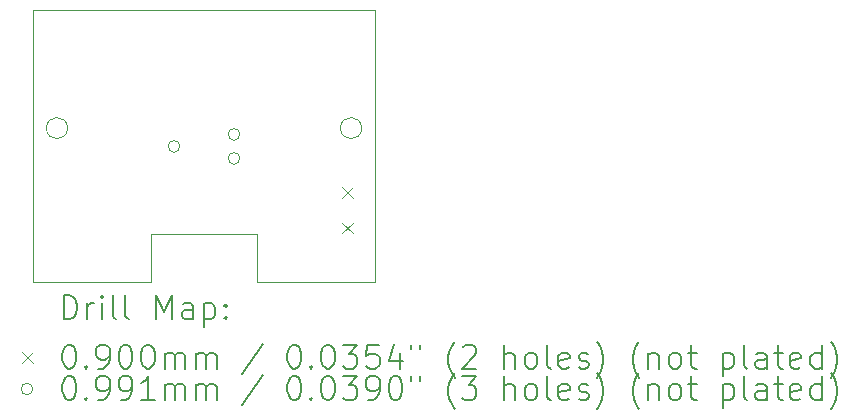
<source format=gbr>
%TF.GenerationSoftware,KiCad,Pcbnew,8.0.1*%
%TF.CreationDate,2024-07-01T16:07:56-04:00*%
%TF.ProjectId,V1,56312e6b-6963-4616-945f-706362585858,rev?*%
%TF.SameCoordinates,Original*%
%TF.FileFunction,Drillmap*%
%TF.FilePolarity,Positive*%
%FSLAX45Y45*%
G04 Gerber Fmt 4.5, Leading zero omitted, Abs format (unit mm)*
G04 Created by KiCad (PCBNEW 8.0.1) date 2024-07-01 16:07:56*
%MOMM*%
%LPD*%
G01*
G04 APERTURE LIST*
%ADD10C,0.100000*%
%ADD11C,0.200000*%
G04 APERTURE END LIST*
D10*
X11000000Y-12300000D02*
X11000000Y-11900000D01*
X10290000Y-11000000D02*
G75*
G02*
X10110000Y-11000000I-90000J0D01*
G01*
X10110000Y-11000000D02*
G75*
G02*
X10290000Y-11000000I90000J0D01*
G01*
X11000000Y-11900000D02*
X11890000Y-11900000D01*
X12890000Y-12300000D02*
X12890000Y-10000000D01*
X11890000Y-12300000D02*
X12890000Y-12300000D01*
X12780000Y-11000000D02*
G75*
G02*
X12600000Y-11000000I-90000J0D01*
G01*
X12600000Y-11000000D02*
G75*
G02*
X12780000Y-11000000I90000J0D01*
G01*
X10000000Y-10000000D02*
X10000000Y-12300000D01*
X11890000Y-11900000D02*
X11890000Y-12300000D01*
X12890000Y-10000000D02*
X10000000Y-10000000D01*
X10000000Y-12300000D02*
X11000000Y-12300000D01*
D11*
D10*
X12617500Y-11500000D02*
X12707500Y-11590000D01*
X12707500Y-11500000D02*
X12617500Y-11590000D01*
X12617500Y-11800000D02*
X12707500Y-11890000D01*
X12707500Y-11800000D02*
X12617500Y-11890000D01*
X11240530Y-11155000D02*
G75*
G02*
X11141470Y-11155000I-49530J0D01*
G01*
X11141470Y-11155000D02*
G75*
G02*
X11240530Y-11155000I49530J0D01*
G01*
X11748530Y-11053400D02*
G75*
G02*
X11649470Y-11053400I-49530J0D01*
G01*
X11649470Y-11053400D02*
G75*
G02*
X11748530Y-11053400I49530J0D01*
G01*
X11748530Y-11256600D02*
G75*
G02*
X11649470Y-11256600I-49530J0D01*
G01*
X11649470Y-11256600D02*
G75*
G02*
X11748530Y-11256600I49530J0D01*
G01*
D11*
X10255777Y-12616484D02*
X10255777Y-12416484D01*
X10255777Y-12416484D02*
X10303396Y-12416484D01*
X10303396Y-12416484D02*
X10331967Y-12426008D01*
X10331967Y-12426008D02*
X10351015Y-12445055D01*
X10351015Y-12445055D02*
X10360539Y-12464103D01*
X10360539Y-12464103D02*
X10370063Y-12502198D01*
X10370063Y-12502198D02*
X10370063Y-12530769D01*
X10370063Y-12530769D02*
X10360539Y-12568865D01*
X10360539Y-12568865D02*
X10351015Y-12587912D01*
X10351015Y-12587912D02*
X10331967Y-12606960D01*
X10331967Y-12606960D02*
X10303396Y-12616484D01*
X10303396Y-12616484D02*
X10255777Y-12616484D01*
X10455777Y-12616484D02*
X10455777Y-12483150D01*
X10455777Y-12521246D02*
X10465301Y-12502198D01*
X10465301Y-12502198D02*
X10474824Y-12492674D01*
X10474824Y-12492674D02*
X10493872Y-12483150D01*
X10493872Y-12483150D02*
X10512920Y-12483150D01*
X10579586Y-12616484D02*
X10579586Y-12483150D01*
X10579586Y-12416484D02*
X10570063Y-12426008D01*
X10570063Y-12426008D02*
X10579586Y-12435531D01*
X10579586Y-12435531D02*
X10589110Y-12426008D01*
X10589110Y-12426008D02*
X10579586Y-12416484D01*
X10579586Y-12416484D02*
X10579586Y-12435531D01*
X10703396Y-12616484D02*
X10684348Y-12606960D01*
X10684348Y-12606960D02*
X10674824Y-12587912D01*
X10674824Y-12587912D02*
X10674824Y-12416484D01*
X10808158Y-12616484D02*
X10789110Y-12606960D01*
X10789110Y-12606960D02*
X10779586Y-12587912D01*
X10779586Y-12587912D02*
X10779586Y-12416484D01*
X11036729Y-12616484D02*
X11036729Y-12416484D01*
X11036729Y-12416484D02*
X11103396Y-12559341D01*
X11103396Y-12559341D02*
X11170063Y-12416484D01*
X11170063Y-12416484D02*
X11170063Y-12616484D01*
X11351015Y-12616484D02*
X11351015Y-12511722D01*
X11351015Y-12511722D02*
X11341491Y-12492674D01*
X11341491Y-12492674D02*
X11322443Y-12483150D01*
X11322443Y-12483150D02*
X11284348Y-12483150D01*
X11284348Y-12483150D02*
X11265301Y-12492674D01*
X11351015Y-12606960D02*
X11331967Y-12616484D01*
X11331967Y-12616484D02*
X11284348Y-12616484D01*
X11284348Y-12616484D02*
X11265301Y-12606960D01*
X11265301Y-12606960D02*
X11255777Y-12587912D01*
X11255777Y-12587912D02*
X11255777Y-12568865D01*
X11255777Y-12568865D02*
X11265301Y-12549817D01*
X11265301Y-12549817D02*
X11284348Y-12540293D01*
X11284348Y-12540293D02*
X11331967Y-12540293D01*
X11331967Y-12540293D02*
X11351015Y-12530769D01*
X11446253Y-12483150D02*
X11446253Y-12683150D01*
X11446253Y-12492674D02*
X11465301Y-12483150D01*
X11465301Y-12483150D02*
X11503396Y-12483150D01*
X11503396Y-12483150D02*
X11522443Y-12492674D01*
X11522443Y-12492674D02*
X11531967Y-12502198D01*
X11531967Y-12502198D02*
X11541491Y-12521246D01*
X11541491Y-12521246D02*
X11541491Y-12578388D01*
X11541491Y-12578388D02*
X11531967Y-12597436D01*
X11531967Y-12597436D02*
X11522443Y-12606960D01*
X11522443Y-12606960D02*
X11503396Y-12616484D01*
X11503396Y-12616484D02*
X11465301Y-12616484D01*
X11465301Y-12616484D02*
X11446253Y-12606960D01*
X11627205Y-12597436D02*
X11636729Y-12606960D01*
X11636729Y-12606960D02*
X11627205Y-12616484D01*
X11627205Y-12616484D02*
X11617682Y-12606960D01*
X11617682Y-12606960D02*
X11627205Y-12597436D01*
X11627205Y-12597436D02*
X11627205Y-12616484D01*
X11627205Y-12492674D02*
X11636729Y-12502198D01*
X11636729Y-12502198D02*
X11627205Y-12511722D01*
X11627205Y-12511722D02*
X11617682Y-12502198D01*
X11617682Y-12502198D02*
X11627205Y-12492674D01*
X11627205Y-12492674D02*
X11627205Y-12511722D01*
D10*
X9905000Y-12900000D02*
X9995000Y-12990000D01*
X9995000Y-12900000D02*
X9905000Y-12990000D01*
D11*
X10293872Y-12836484D02*
X10312920Y-12836484D01*
X10312920Y-12836484D02*
X10331967Y-12846008D01*
X10331967Y-12846008D02*
X10341491Y-12855531D01*
X10341491Y-12855531D02*
X10351015Y-12874579D01*
X10351015Y-12874579D02*
X10360539Y-12912674D01*
X10360539Y-12912674D02*
X10360539Y-12960293D01*
X10360539Y-12960293D02*
X10351015Y-12998388D01*
X10351015Y-12998388D02*
X10341491Y-13017436D01*
X10341491Y-13017436D02*
X10331967Y-13026960D01*
X10331967Y-13026960D02*
X10312920Y-13036484D01*
X10312920Y-13036484D02*
X10293872Y-13036484D01*
X10293872Y-13036484D02*
X10274824Y-13026960D01*
X10274824Y-13026960D02*
X10265301Y-13017436D01*
X10265301Y-13017436D02*
X10255777Y-12998388D01*
X10255777Y-12998388D02*
X10246253Y-12960293D01*
X10246253Y-12960293D02*
X10246253Y-12912674D01*
X10246253Y-12912674D02*
X10255777Y-12874579D01*
X10255777Y-12874579D02*
X10265301Y-12855531D01*
X10265301Y-12855531D02*
X10274824Y-12846008D01*
X10274824Y-12846008D02*
X10293872Y-12836484D01*
X10446253Y-13017436D02*
X10455777Y-13026960D01*
X10455777Y-13026960D02*
X10446253Y-13036484D01*
X10446253Y-13036484D02*
X10436729Y-13026960D01*
X10436729Y-13026960D02*
X10446253Y-13017436D01*
X10446253Y-13017436D02*
X10446253Y-13036484D01*
X10551015Y-13036484D02*
X10589110Y-13036484D01*
X10589110Y-13036484D02*
X10608158Y-13026960D01*
X10608158Y-13026960D02*
X10617682Y-13017436D01*
X10617682Y-13017436D02*
X10636729Y-12988865D01*
X10636729Y-12988865D02*
X10646253Y-12950769D01*
X10646253Y-12950769D02*
X10646253Y-12874579D01*
X10646253Y-12874579D02*
X10636729Y-12855531D01*
X10636729Y-12855531D02*
X10627205Y-12846008D01*
X10627205Y-12846008D02*
X10608158Y-12836484D01*
X10608158Y-12836484D02*
X10570063Y-12836484D01*
X10570063Y-12836484D02*
X10551015Y-12846008D01*
X10551015Y-12846008D02*
X10541491Y-12855531D01*
X10541491Y-12855531D02*
X10531967Y-12874579D01*
X10531967Y-12874579D02*
X10531967Y-12922198D01*
X10531967Y-12922198D02*
X10541491Y-12941246D01*
X10541491Y-12941246D02*
X10551015Y-12950769D01*
X10551015Y-12950769D02*
X10570063Y-12960293D01*
X10570063Y-12960293D02*
X10608158Y-12960293D01*
X10608158Y-12960293D02*
X10627205Y-12950769D01*
X10627205Y-12950769D02*
X10636729Y-12941246D01*
X10636729Y-12941246D02*
X10646253Y-12922198D01*
X10770063Y-12836484D02*
X10789110Y-12836484D01*
X10789110Y-12836484D02*
X10808158Y-12846008D01*
X10808158Y-12846008D02*
X10817682Y-12855531D01*
X10817682Y-12855531D02*
X10827205Y-12874579D01*
X10827205Y-12874579D02*
X10836729Y-12912674D01*
X10836729Y-12912674D02*
X10836729Y-12960293D01*
X10836729Y-12960293D02*
X10827205Y-12998388D01*
X10827205Y-12998388D02*
X10817682Y-13017436D01*
X10817682Y-13017436D02*
X10808158Y-13026960D01*
X10808158Y-13026960D02*
X10789110Y-13036484D01*
X10789110Y-13036484D02*
X10770063Y-13036484D01*
X10770063Y-13036484D02*
X10751015Y-13026960D01*
X10751015Y-13026960D02*
X10741491Y-13017436D01*
X10741491Y-13017436D02*
X10731967Y-12998388D01*
X10731967Y-12998388D02*
X10722444Y-12960293D01*
X10722444Y-12960293D02*
X10722444Y-12912674D01*
X10722444Y-12912674D02*
X10731967Y-12874579D01*
X10731967Y-12874579D02*
X10741491Y-12855531D01*
X10741491Y-12855531D02*
X10751015Y-12846008D01*
X10751015Y-12846008D02*
X10770063Y-12836484D01*
X10960539Y-12836484D02*
X10979586Y-12836484D01*
X10979586Y-12836484D02*
X10998634Y-12846008D01*
X10998634Y-12846008D02*
X11008158Y-12855531D01*
X11008158Y-12855531D02*
X11017682Y-12874579D01*
X11017682Y-12874579D02*
X11027205Y-12912674D01*
X11027205Y-12912674D02*
X11027205Y-12960293D01*
X11027205Y-12960293D02*
X11017682Y-12998388D01*
X11017682Y-12998388D02*
X11008158Y-13017436D01*
X11008158Y-13017436D02*
X10998634Y-13026960D01*
X10998634Y-13026960D02*
X10979586Y-13036484D01*
X10979586Y-13036484D02*
X10960539Y-13036484D01*
X10960539Y-13036484D02*
X10941491Y-13026960D01*
X10941491Y-13026960D02*
X10931967Y-13017436D01*
X10931967Y-13017436D02*
X10922444Y-12998388D01*
X10922444Y-12998388D02*
X10912920Y-12960293D01*
X10912920Y-12960293D02*
X10912920Y-12912674D01*
X10912920Y-12912674D02*
X10922444Y-12874579D01*
X10922444Y-12874579D02*
X10931967Y-12855531D01*
X10931967Y-12855531D02*
X10941491Y-12846008D01*
X10941491Y-12846008D02*
X10960539Y-12836484D01*
X11112920Y-13036484D02*
X11112920Y-12903150D01*
X11112920Y-12922198D02*
X11122444Y-12912674D01*
X11122444Y-12912674D02*
X11141491Y-12903150D01*
X11141491Y-12903150D02*
X11170063Y-12903150D01*
X11170063Y-12903150D02*
X11189110Y-12912674D01*
X11189110Y-12912674D02*
X11198634Y-12931722D01*
X11198634Y-12931722D02*
X11198634Y-13036484D01*
X11198634Y-12931722D02*
X11208158Y-12912674D01*
X11208158Y-12912674D02*
X11227205Y-12903150D01*
X11227205Y-12903150D02*
X11255777Y-12903150D01*
X11255777Y-12903150D02*
X11274824Y-12912674D01*
X11274824Y-12912674D02*
X11284348Y-12931722D01*
X11284348Y-12931722D02*
X11284348Y-13036484D01*
X11379586Y-13036484D02*
X11379586Y-12903150D01*
X11379586Y-12922198D02*
X11389110Y-12912674D01*
X11389110Y-12912674D02*
X11408158Y-12903150D01*
X11408158Y-12903150D02*
X11436729Y-12903150D01*
X11436729Y-12903150D02*
X11455777Y-12912674D01*
X11455777Y-12912674D02*
X11465301Y-12931722D01*
X11465301Y-12931722D02*
X11465301Y-13036484D01*
X11465301Y-12931722D02*
X11474824Y-12912674D01*
X11474824Y-12912674D02*
X11493872Y-12903150D01*
X11493872Y-12903150D02*
X11522443Y-12903150D01*
X11522443Y-12903150D02*
X11541491Y-12912674D01*
X11541491Y-12912674D02*
X11551015Y-12931722D01*
X11551015Y-12931722D02*
X11551015Y-13036484D01*
X11941491Y-12826960D02*
X11770063Y-13084103D01*
X12198634Y-12836484D02*
X12217682Y-12836484D01*
X12217682Y-12836484D02*
X12236729Y-12846008D01*
X12236729Y-12846008D02*
X12246253Y-12855531D01*
X12246253Y-12855531D02*
X12255777Y-12874579D01*
X12255777Y-12874579D02*
X12265301Y-12912674D01*
X12265301Y-12912674D02*
X12265301Y-12960293D01*
X12265301Y-12960293D02*
X12255777Y-12998388D01*
X12255777Y-12998388D02*
X12246253Y-13017436D01*
X12246253Y-13017436D02*
X12236729Y-13026960D01*
X12236729Y-13026960D02*
X12217682Y-13036484D01*
X12217682Y-13036484D02*
X12198634Y-13036484D01*
X12198634Y-13036484D02*
X12179586Y-13026960D01*
X12179586Y-13026960D02*
X12170063Y-13017436D01*
X12170063Y-13017436D02*
X12160539Y-12998388D01*
X12160539Y-12998388D02*
X12151015Y-12960293D01*
X12151015Y-12960293D02*
X12151015Y-12912674D01*
X12151015Y-12912674D02*
X12160539Y-12874579D01*
X12160539Y-12874579D02*
X12170063Y-12855531D01*
X12170063Y-12855531D02*
X12179586Y-12846008D01*
X12179586Y-12846008D02*
X12198634Y-12836484D01*
X12351015Y-13017436D02*
X12360539Y-13026960D01*
X12360539Y-13026960D02*
X12351015Y-13036484D01*
X12351015Y-13036484D02*
X12341491Y-13026960D01*
X12341491Y-13026960D02*
X12351015Y-13017436D01*
X12351015Y-13017436D02*
X12351015Y-13036484D01*
X12484348Y-12836484D02*
X12503396Y-12836484D01*
X12503396Y-12836484D02*
X12522444Y-12846008D01*
X12522444Y-12846008D02*
X12531967Y-12855531D01*
X12531967Y-12855531D02*
X12541491Y-12874579D01*
X12541491Y-12874579D02*
X12551015Y-12912674D01*
X12551015Y-12912674D02*
X12551015Y-12960293D01*
X12551015Y-12960293D02*
X12541491Y-12998388D01*
X12541491Y-12998388D02*
X12531967Y-13017436D01*
X12531967Y-13017436D02*
X12522444Y-13026960D01*
X12522444Y-13026960D02*
X12503396Y-13036484D01*
X12503396Y-13036484D02*
X12484348Y-13036484D01*
X12484348Y-13036484D02*
X12465301Y-13026960D01*
X12465301Y-13026960D02*
X12455777Y-13017436D01*
X12455777Y-13017436D02*
X12446253Y-12998388D01*
X12446253Y-12998388D02*
X12436729Y-12960293D01*
X12436729Y-12960293D02*
X12436729Y-12912674D01*
X12436729Y-12912674D02*
X12446253Y-12874579D01*
X12446253Y-12874579D02*
X12455777Y-12855531D01*
X12455777Y-12855531D02*
X12465301Y-12846008D01*
X12465301Y-12846008D02*
X12484348Y-12836484D01*
X12617682Y-12836484D02*
X12741491Y-12836484D01*
X12741491Y-12836484D02*
X12674825Y-12912674D01*
X12674825Y-12912674D02*
X12703396Y-12912674D01*
X12703396Y-12912674D02*
X12722444Y-12922198D01*
X12722444Y-12922198D02*
X12731967Y-12931722D01*
X12731967Y-12931722D02*
X12741491Y-12950769D01*
X12741491Y-12950769D02*
X12741491Y-12998388D01*
X12741491Y-12998388D02*
X12731967Y-13017436D01*
X12731967Y-13017436D02*
X12722444Y-13026960D01*
X12722444Y-13026960D02*
X12703396Y-13036484D01*
X12703396Y-13036484D02*
X12646253Y-13036484D01*
X12646253Y-13036484D02*
X12627206Y-13026960D01*
X12627206Y-13026960D02*
X12617682Y-13017436D01*
X12922444Y-12836484D02*
X12827206Y-12836484D01*
X12827206Y-12836484D02*
X12817682Y-12931722D01*
X12817682Y-12931722D02*
X12827206Y-12922198D01*
X12827206Y-12922198D02*
X12846253Y-12912674D01*
X12846253Y-12912674D02*
X12893872Y-12912674D01*
X12893872Y-12912674D02*
X12912920Y-12922198D01*
X12912920Y-12922198D02*
X12922444Y-12931722D01*
X12922444Y-12931722D02*
X12931967Y-12950769D01*
X12931967Y-12950769D02*
X12931967Y-12998388D01*
X12931967Y-12998388D02*
X12922444Y-13017436D01*
X12922444Y-13017436D02*
X12912920Y-13026960D01*
X12912920Y-13026960D02*
X12893872Y-13036484D01*
X12893872Y-13036484D02*
X12846253Y-13036484D01*
X12846253Y-13036484D02*
X12827206Y-13026960D01*
X12827206Y-13026960D02*
X12817682Y-13017436D01*
X13103396Y-12903150D02*
X13103396Y-13036484D01*
X13055777Y-12826960D02*
X13008158Y-12969817D01*
X13008158Y-12969817D02*
X13131967Y-12969817D01*
X13198634Y-12836484D02*
X13198634Y-12874579D01*
X13274825Y-12836484D02*
X13274825Y-12874579D01*
X13570063Y-13112674D02*
X13560539Y-13103150D01*
X13560539Y-13103150D02*
X13541491Y-13074579D01*
X13541491Y-13074579D02*
X13531968Y-13055531D01*
X13531968Y-13055531D02*
X13522444Y-13026960D01*
X13522444Y-13026960D02*
X13512920Y-12979341D01*
X13512920Y-12979341D02*
X13512920Y-12941246D01*
X13512920Y-12941246D02*
X13522444Y-12893627D01*
X13522444Y-12893627D02*
X13531968Y-12865055D01*
X13531968Y-12865055D02*
X13541491Y-12846008D01*
X13541491Y-12846008D02*
X13560539Y-12817436D01*
X13560539Y-12817436D02*
X13570063Y-12807912D01*
X13636729Y-12855531D02*
X13646253Y-12846008D01*
X13646253Y-12846008D02*
X13665301Y-12836484D01*
X13665301Y-12836484D02*
X13712920Y-12836484D01*
X13712920Y-12836484D02*
X13731968Y-12846008D01*
X13731968Y-12846008D02*
X13741491Y-12855531D01*
X13741491Y-12855531D02*
X13751015Y-12874579D01*
X13751015Y-12874579D02*
X13751015Y-12893627D01*
X13751015Y-12893627D02*
X13741491Y-12922198D01*
X13741491Y-12922198D02*
X13627206Y-13036484D01*
X13627206Y-13036484D02*
X13751015Y-13036484D01*
X13989110Y-13036484D02*
X13989110Y-12836484D01*
X14074825Y-13036484D02*
X14074825Y-12931722D01*
X14074825Y-12931722D02*
X14065301Y-12912674D01*
X14065301Y-12912674D02*
X14046253Y-12903150D01*
X14046253Y-12903150D02*
X14017682Y-12903150D01*
X14017682Y-12903150D02*
X13998634Y-12912674D01*
X13998634Y-12912674D02*
X13989110Y-12922198D01*
X14198634Y-13036484D02*
X14179587Y-13026960D01*
X14179587Y-13026960D02*
X14170063Y-13017436D01*
X14170063Y-13017436D02*
X14160539Y-12998388D01*
X14160539Y-12998388D02*
X14160539Y-12941246D01*
X14160539Y-12941246D02*
X14170063Y-12922198D01*
X14170063Y-12922198D02*
X14179587Y-12912674D01*
X14179587Y-12912674D02*
X14198634Y-12903150D01*
X14198634Y-12903150D02*
X14227206Y-12903150D01*
X14227206Y-12903150D02*
X14246253Y-12912674D01*
X14246253Y-12912674D02*
X14255777Y-12922198D01*
X14255777Y-12922198D02*
X14265301Y-12941246D01*
X14265301Y-12941246D02*
X14265301Y-12998388D01*
X14265301Y-12998388D02*
X14255777Y-13017436D01*
X14255777Y-13017436D02*
X14246253Y-13026960D01*
X14246253Y-13026960D02*
X14227206Y-13036484D01*
X14227206Y-13036484D02*
X14198634Y-13036484D01*
X14379587Y-13036484D02*
X14360539Y-13026960D01*
X14360539Y-13026960D02*
X14351015Y-13007912D01*
X14351015Y-13007912D02*
X14351015Y-12836484D01*
X14531968Y-13026960D02*
X14512920Y-13036484D01*
X14512920Y-13036484D02*
X14474825Y-13036484D01*
X14474825Y-13036484D02*
X14455777Y-13026960D01*
X14455777Y-13026960D02*
X14446253Y-13007912D01*
X14446253Y-13007912D02*
X14446253Y-12931722D01*
X14446253Y-12931722D02*
X14455777Y-12912674D01*
X14455777Y-12912674D02*
X14474825Y-12903150D01*
X14474825Y-12903150D02*
X14512920Y-12903150D01*
X14512920Y-12903150D02*
X14531968Y-12912674D01*
X14531968Y-12912674D02*
X14541491Y-12931722D01*
X14541491Y-12931722D02*
X14541491Y-12950769D01*
X14541491Y-12950769D02*
X14446253Y-12969817D01*
X14617682Y-13026960D02*
X14636730Y-13036484D01*
X14636730Y-13036484D02*
X14674825Y-13036484D01*
X14674825Y-13036484D02*
X14693872Y-13026960D01*
X14693872Y-13026960D02*
X14703396Y-13007912D01*
X14703396Y-13007912D02*
X14703396Y-12998388D01*
X14703396Y-12998388D02*
X14693872Y-12979341D01*
X14693872Y-12979341D02*
X14674825Y-12969817D01*
X14674825Y-12969817D02*
X14646253Y-12969817D01*
X14646253Y-12969817D02*
X14627206Y-12960293D01*
X14627206Y-12960293D02*
X14617682Y-12941246D01*
X14617682Y-12941246D02*
X14617682Y-12931722D01*
X14617682Y-12931722D02*
X14627206Y-12912674D01*
X14627206Y-12912674D02*
X14646253Y-12903150D01*
X14646253Y-12903150D02*
X14674825Y-12903150D01*
X14674825Y-12903150D02*
X14693872Y-12912674D01*
X14770063Y-13112674D02*
X14779587Y-13103150D01*
X14779587Y-13103150D02*
X14798634Y-13074579D01*
X14798634Y-13074579D02*
X14808158Y-13055531D01*
X14808158Y-13055531D02*
X14817682Y-13026960D01*
X14817682Y-13026960D02*
X14827206Y-12979341D01*
X14827206Y-12979341D02*
X14827206Y-12941246D01*
X14827206Y-12941246D02*
X14817682Y-12893627D01*
X14817682Y-12893627D02*
X14808158Y-12865055D01*
X14808158Y-12865055D02*
X14798634Y-12846008D01*
X14798634Y-12846008D02*
X14779587Y-12817436D01*
X14779587Y-12817436D02*
X14770063Y-12807912D01*
X15131968Y-13112674D02*
X15122444Y-13103150D01*
X15122444Y-13103150D02*
X15103396Y-13074579D01*
X15103396Y-13074579D02*
X15093872Y-13055531D01*
X15093872Y-13055531D02*
X15084349Y-13026960D01*
X15084349Y-13026960D02*
X15074825Y-12979341D01*
X15074825Y-12979341D02*
X15074825Y-12941246D01*
X15074825Y-12941246D02*
X15084349Y-12893627D01*
X15084349Y-12893627D02*
X15093872Y-12865055D01*
X15093872Y-12865055D02*
X15103396Y-12846008D01*
X15103396Y-12846008D02*
X15122444Y-12817436D01*
X15122444Y-12817436D02*
X15131968Y-12807912D01*
X15208158Y-12903150D02*
X15208158Y-13036484D01*
X15208158Y-12922198D02*
X15217682Y-12912674D01*
X15217682Y-12912674D02*
X15236730Y-12903150D01*
X15236730Y-12903150D02*
X15265301Y-12903150D01*
X15265301Y-12903150D02*
X15284349Y-12912674D01*
X15284349Y-12912674D02*
X15293872Y-12931722D01*
X15293872Y-12931722D02*
X15293872Y-13036484D01*
X15417682Y-13036484D02*
X15398634Y-13026960D01*
X15398634Y-13026960D02*
X15389111Y-13017436D01*
X15389111Y-13017436D02*
X15379587Y-12998388D01*
X15379587Y-12998388D02*
X15379587Y-12941246D01*
X15379587Y-12941246D02*
X15389111Y-12922198D01*
X15389111Y-12922198D02*
X15398634Y-12912674D01*
X15398634Y-12912674D02*
X15417682Y-12903150D01*
X15417682Y-12903150D02*
X15446253Y-12903150D01*
X15446253Y-12903150D02*
X15465301Y-12912674D01*
X15465301Y-12912674D02*
X15474825Y-12922198D01*
X15474825Y-12922198D02*
X15484349Y-12941246D01*
X15484349Y-12941246D02*
X15484349Y-12998388D01*
X15484349Y-12998388D02*
X15474825Y-13017436D01*
X15474825Y-13017436D02*
X15465301Y-13026960D01*
X15465301Y-13026960D02*
X15446253Y-13036484D01*
X15446253Y-13036484D02*
X15417682Y-13036484D01*
X15541492Y-12903150D02*
X15617682Y-12903150D01*
X15570063Y-12836484D02*
X15570063Y-13007912D01*
X15570063Y-13007912D02*
X15579587Y-13026960D01*
X15579587Y-13026960D02*
X15598634Y-13036484D01*
X15598634Y-13036484D02*
X15617682Y-13036484D01*
X15836730Y-12903150D02*
X15836730Y-13103150D01*
X15836730Y-12912674D02*
X15855777Y-12903150D01*
X15855777Y-12903150D02*
X15893873Y-12903150D01*
X15893873Y-12903150D02*
X15912920Y-12912674D01*
X15912920Y-12912674D02*
X15922444Y-12922198D01*
X15922444Y-12922198D02*
X15931968Y-12941246D01*
X15931968Y-12941246D02*
X15931968Y-12998388D01*
X15931968Y-12998388D02*
X15922444Y-13017436D01*
X15922444Y-13017436D02*
X15912920Y-13026960D01*
X15912920Y-13026960D02*
X15893873Y-13036484D01*
X15893873Y-13036484D02*
X15855777Y-13036484D01*
X15855777Y-13036484D02*
X15836730Y-13026960D01*
X16046253Y-13036484D02*
X16027206Y-13026960D01*
X16027206Y-13026960D02*
X16017682Y-13007912D01*
X16017682Y-13007912D02*
X16017682Y-12836484D01*
X16208158Y-13036484D02*
X16208158Y-12931722D01*
X16208158Y-12931722D02*
X16198634Y-12912674D01*
X16198634Y-12912674D02*
X16179587Y-12903150D01*
X16179587Y-12903150D02*
X16141492Y-12903150D01*
X16141492Y-12903150D02*
X16122444Y-12912674D01*
X16208158Y-13026960D02*
X16189111Y-13036484D01*
X16189111Y-13036484D02*
X16141492Y-13036484D01*
X16141492Y-13036484D02*
X16122444Y-13026960D01*
X16122444Y-13026960D02*
X16112920Y-13007912D01*
X16112920Y-13007912D02*
X16112920Y-12988865D01*
X16112920Y-12988865D02*
X16122444Y-12969817D01*
X16122444Y-12969817D02*
X16141492Y-12960293D01*
X16141492Y-12960293D02*
X16189111Y-12960293D01*
X16189111Y-12960293D02*
X16208158Y-12950769D01*
X16274825Y-12903150D02*
X16351015Y-12903150D01*
X16303396Y-12836484D02*
X16303396Y-13007912D01*
X16303396Y-13007912D02*
X16312920Y-13026960D01*
X16312920Y-13026960D02*
X16331968Y-13036484D01*
X16331968Y-13036484D02*
X16351015Y-13036484D01*
X16493873Y-13026960D02*
X16474825Y-13036484D01*
X16474825Y-13036484D02*
X16436730Y-13036484D01*
X16436730Y-13036484D02*
X16417682Y-13026960D01*
X16417682Y-13026960D02*
X16408158Y-13007912D01*
X16408158Y-13007912D02*
X16408158Y-12931722D01*
X16408158Y-12931722D02*
X16417682Y-12912674D01*
X16417682Y-12912674D02*
X16436730Y-12903150D01*
X16436730Y-12903150D02*
X16474825Y-12903150D01*
X16474825Y-12903150D02*
X16493873Y-12912674D01*
X16493873Y-12912674D02*
X16503396Y-12931722D01*
X16503396Y-12931722D02*
X16503396Y-12950769D01*
X16503396Y-12950769D02*
X16408158Y-12969817D01*
X16674825Y-13036484D02*
X16674825Y-12836484D01*
X16674825Y-13026960D02*
X16655777Y-13036484D01*
X16655777Y-13036484D02*
X16617682Y-13036484D01*
X16617682Y-13036484D02*
X16598634Y-13026960D01*
X16598634Y-13026960D02*
X16589111Y-13017436D01*
X16589111Y-13017436D02*
X16579587Y-12998388D01*
X16579587Y-12998388D02*
X16579587Y-12941246D01*
X16579587Y-12941246D02*
X16589111Y-12922198D01*
X16589111Y-12922198D02*
X16598634Y-12912674D01*
X16598634Y-12912674D02*
X16617682Y-12903150D01*
X16617682Y-12903150D02*
X16655777Y-12903150D01*
X16655777Y-12903150D02*
X16674825Y-12912674D01*
X16751015Y-13112674D02*
X16760539Y-13103150D01*
X16760539Y-13103150D02*
X16779587Y-13074579D01*
X16779587Y-13074579D02*
X16789111Y-13055531D01*
X16789111Y-13055531D02*
X16798635Y-13026960D01*
X16798635Y-13026960D02*
X16808158Y-12979341D01*
X16808158Y-12979341D02*
X16808158Y-12941246D01*
X16808158Y-12941246D02*
X16798635Y-12893627D01*
X16798635Y-12893627D02*
X16789111Y-12865055D01*
X16789111Y-12865055D02*
X16779587Y-12846008D01*
X16779587Y-12846008D02*
X16760539Y-12817436D01*
X16760539Y-12817436D02*
X16751015Y-12807912D01*
D10*
X9995000Y-13209000D02*
G75*
G02*
X9895940Y-13209000I-49530J0D01*
G01*
X9895940Y-13209000D02*
G75*
G02*
X9995000Y-13209000I49530J0D01*
G01*
D11*
X10293872Y-13100484D02*
X10312920Y-13100484D01*
X10312920Y-13100484D02*
X10331967Y-13110008D01*
X10331967Y-13110008D02*
X10341491Y-13119531D01*
X10341491Y-13119531D02*
X10351015Y-13138579D01*
X10351015Y-13138579D02*
X10360539Y-13176674D01*
X10360539Y-13176674D02*
X10360539Y-13224293D01*
X10360539Y-13224293D02*
X10351015Y-13262388D01*
X10351015Y-13262388D02*
X10341491Y-13281436D01*
X10341491Y-13281436D02*
X10331967Y-13290960D01*
X10331967Y-13290960D02*
X10312920Y-13300484D01*
X10312920Y-13300484D02*
X10293872Y-13300484D01*
X10293872Y-13300484D02*
X10274824Y-13290960D01*
X10274824Y-13290960D02*
X10265301Y-13281436D01*
X10265301Y-13281436D02*
X10255777Y-13262388D01*
X10255777Y-13262388D02*
X10246253Y-13224293D01*
X10246253Y-13224293D02*
X10246253Y-13176674D01*
X10246253Y-13176674D02*
X10255777Y-13138579D01*
X10255777Y-13138579D02*
X10265301Y-13119531D01*
X10265301Y-13119531D02*
X10274824Y-13110008D01*
X10274824Y-13110008D02*
X10293872Y-13100484D01*
X10446253Y-13281436D02*
X10455777Y-13290960D01*
X10455777Y-13290960D02*
X10446253Y-13300484D01*
X10446253Y-13300484D02*
X10436729Y-13290960D01*
X10436729Y-13290960D02*
X10446253Y-13281436D01*
X10446253Y-13281436D02*
X10446253Y-13300484D01*
X10551015Y-13300484D02*
X10589110Y-13300484D01*
X10589110Y-13300484D02*
X10608158Y-13290960D01*
X10608158Y-13290960D02*
X10617682Y-13281436D01*
X10617682Y-13281436D02*
X10636729Y-13252865D01*
X10636729Y-13252865D02*
X10646253Y-13214769D01*
X10646253Y-13214769D02*
X10646253Y-13138579D01*
X10646253Y-13138579D02*
X10636729Y-13119531D01*
X10636729Y-13119531D02*
X10627205Y-13110008D01*
X10627205Y-13110008D02*
X10608158Y-13100484D01*
X10608158Y-13100484D02*
X10570063Y-13100484D01*
X10570063Y-13100484D02*
X10551015Y-13110008D01*
X10551015Y-13110008D02*
X10541491Y-13119531D01*
X10541491Y-13119531D02*
X10531967Y-13138579D01*
X10531967Y-13138579D02*
X10531967Y-13186198D01*
X10531967Y-13186198D02*
X10541491Y-13205246D01*
X10541491Y-13205246D02*
X10551015Y-13214769D01*
X10551015Y-13214769D02*
X10570063Y-13224293D01*
X10570063Y-13224293D02*
X10608158Y-13224293D01*
X10608158Y-13224293D02*
X10627205Y-13214769D01*
X10627205Y-13214769D02*
X10636729Y-13205246D01*
X10636729Y-13205246D02*
X10646253Y-13186198D01*
X10741491Y-13300484D02*
X10779586Y-13300484D01*
X10779586Y-13300484D02*
X10798634Y-13290960D01*
X10798634Y-13290960D02*
X10808158Y-13281436D01*
X10808158Y-13281436D02*
X10827205Y-13252865D01*
X10827205Y-13252865D02*
X10836729Y-13214769D01*
X10836729Y-13214769D02*
X10836729Y-13138579D01*
X10836729Y-13138579D02*
X10827205Y-13119531D01*
X10827205Y-13119531D02*
X10817682Y-13110008D01*
X10817682Y-13110008D02*
X10798634Y-13100484D01*
X10798634Y-13100484D02*
X10760539Y-13100484D01*
X10760539Y-13100484D02*
X10741491Y-13110008D01*
X10741491Y-13110008D02*
X10731967Y-13119531D01*
X10731967Y-13119531D02*
X10722444Y-13138579D01*
X10722444Y-13138579D02*
X10722444Y-13186198D01*
X10722444Y-13186198D02*
X10731967Y-13205246D01*
X10731967Y-13205246D02*
X10741491Y-13214769D01*
X10741491Y-13214769D02*
X10760539Y-13224293D01*
X10760539Y-13224293D02*
X10798634Y-13224293D01*
X10798634Y-13224293D02*
X10817682Y-13214769D01*
X10817682Y-13214769D02*
X10827205Y-13205246D01*
X10827205Y-13205246D02*
X10836729Y-13186198D01*
X11027205Y-13300484D02*
X10912920Y-13300484D01*
X10970063Y-13300484D02*
X10970063Y-13100484D01*
X10970063Y-13100484D02*
X10951015Y-13129055D01*
X10951015Y-13129055D02*
X10931967Y-13148103D01*
X10931967Y-13148103D02*
X10912920Y-13157627D01*
X11112920Y-13300484D02*
X11112920Y-13167150D01*
X11112920Y-13186198D02*
X11122444Y-13176674D01*
X11122444Y-13176674D02*
X11141491Y-13167150D01*
X11141491Y-13167150D02*
X11170063Y-13167150D01*
X11170063Y-13167150D02*
X11189110Y-13176674D01*
X11189110Y-13176674D02*
X11198634Y-13195722D01*
X11198634Y-13195722D02*
X11198634Y-13300484D01*
X11198634Y-13195722D02*
X11208158Y-13176674D01*
X11208158Y-13176674D02*
X11227205Y-13167150D01*
X11227205Y-13167150D02*
X11255777Y-13167150D01*
X11255777Y-13167150D02*
X11274824Y-13176674D01*
X11274824Y-13176674D02*
X11284348Y-13195722D01*
X11284348Y-13195722D02*
X11284348Y-13300484D01*
X11379586Y-13300484D02*
X11379586Y-13167150D01*
X11379586Y-13186198D02*
X11389110Y-13176674D01*
X11389110Y-13176674D02*
X11408158Y-13167150D01*
X11408158Y-13167150D02*
X11436729Y-13167150D01*
X11436729Y-13167150D02*
X11455777Y-13176674D01*
X11455777Y-13176674D02*
X11465301Y-13195722D01*
X11465301Y-13195722D02*
X11465301Y-13300484D01*
X11465301Y-13195722D02*
X11474824Y-13176674D01*
X11474824Y-13176674D02*
X11493872Y-13167150D01*
X11493872Y-13167150D02*
X11522443Y-13167150D01*
X11522443Y-13167150D02*
X11541491Y-13176674D01*
X11541491Y-13176674D02*
X11551015Y-13195722D01*
X11551015Y-13195722D02*
X11551015Y-13300484D01*
X11941491Y-13090960D02*
X11770063Y-13348103D01*
X12198634Y-13100484D02*
X12217682Y-13100484D01*
X12217682Y-13100484D02*
X12236729Y-13110008D01*
X12236729Y-13110008D02*
X12246253Y-13119531D01*
X12246253Y-13119531D02*
X12255777Y-13138579D01*
X12255777Y-13138579D02*
X12265301Y-13176674D01*
X12265301Y-13176674D02*
X12265301Y-13224293D01*
X12265301Y-13224293D02*
X12255777Y-13262388D01*
X12255777Y-13262388D02*
X12246253Y-13281436D01*
X12246253Y-13281436D02*
X12236729Y-13290960D01*
X12236729Y-13290960D02*
X12217682Y-13300484D01*
X12217682Y-13300484D02*
X12198634Y-13300484D01*
X12198634Y-13300484D02*
X12179586Y-13290960D01*
X12179586Y-13290960D02*
X12170063Y-13281436D01*
X12170063Y-13281436D02*
X12160539Y-13262388D01*
X12160539Y-13262388D02*
X12151015Y-13224293D01*
X12151015Y-13224293D02*
X12151015Y-13176674D01*
X12151015Y-13176674D02*
X12160539Y-13138579D01*
X12160539Y-13138579D02*
X12170063Y-13119531D01*
X12170063Y-13119531D02*
X12179586Y-13110008D01*
X12179586Y-13110008D02*
X12198634Y-13100484D01*
X12351015Y-13281436D02*
X12360539Y-13290960D01*
X12360539Y-13290960D02*
X12351015Y-13300484D01*
X12351015Y-13300484D02*
X12341491Y-13290960D01*
X12341491Y-13290960D02*
X12351015Y-13281436D01*
X12351015Y-13281436D02*
X12351015Y-13300484D01*
X12484348Y-13100484D02*
X12503396Y-13100484D01*
X12503396Y-13100484D02*
X12522444Y-13110008D01*
X12522444Y-13110008D02*
X12531967Y-13119531D01*
X12531967Y-13119531D02*
X12541491Y-13138579D01*
X12541491Y-13138579D02*
X12551015Y-13176674D01*
X12551015Y-13176674D02*
X12551015Y-13224293D01*
X12551015Y-13224293D02*
X12541491Y-13262388D01*
X12541491Y-13262388D02*
X12531967Y-13281436D01*
X12531967Y-13281436D02*
X12522444Y-13290960D01*
X12522444Y-13290960D02*
X12503396Y-13300484D01*
X12503396Y-13300484D02*
X12484348Y-13300484D01*
X12484348Y-13300484D02*
X12465301Y-13290960D01*
X12465301Y-13290960D02*
X12455777Y-13281436D01*
X12455777Y-13281436D02*
X12446253Y-13262388D01*
X12446253Y-13262388D02*
X12436729Y-13224293D01*
X12436729Y-13224293D02*
X12436729Y-13176674D01*
X12436729Y-13176674D02*
X12446253Y-13138579D01*
X12446253Y-13138579D02*
X12455777Y-13119531D01*
X12455777Y-13119531D02*
X12465301Y-13110008D01*
X12465301Y-13110008D02*
X12484348Y-13100484D01*
X12617682Y-13100484D02*
X12741491Y-13100484D01*
X12741491Y-13100484D02*
X12674825Y-13176674D01*
X12674825Y-13176674D02*
X12703396Y-13176674D01*
X12703396Y-13176674D02*
X12722444Y-13186198D01*
X12722444Y-13186198D02*
X12731967Y-13195722D01*
X12731967Y-13195722D02*
X12741491Y-13214769D01*
X12741491Y-13214769D02*
X12741491Y-13262388D01*
X12741491Y-13262388D02*
X12731967Y-13281436D01*
X12731967Y-13281436D02*
X12722444Y-13290960D01*
X12722444Y-13290960D02*
X12703396Y-13300484D01*
X12703396Y-13300484D02*
X12646253Y-13300484D01*
X12646253Y-13300484D02*
X12627206Y-13290960D01*
X12627206Y-13290960D02*
X12617682Y-13281436D01*
X12836729Y-13300484D02*
X12874825Y-13300484D01*
X12874825Y-13300484D02*
X12893872Y-13290960D01*
X12893872Y-13290960D02*
X12903396Y-13281436D01*
X12903396Y-13281436D02*
X12922444Y-13252865D01*
X12922444Y-13252865D02*
X12931967Y-13214769D01*
X12931967Y-13214769D02*
X12931967Y-13138579D01*
X12931967Y-13138579D02*
X12922444Y-13119531D01*
X12922444Y-13119531D02*
X12912920Y-13110008D01*
X12912920Y-13110008D02*
X12893872Y-13100484D01*
X12893872Y-13100484D02*
X12855777Y-13100484D01*
X12855777Y-13100484D02*
X12836729Y-13110008D01*
X12836729Y-13110008D02*
X12827206Y-13119531D01*
X12827206Y-13119531D02*
X12817682Y-13138579D01*
X12817682Y-13138579D02*
X12817682Y-13186198D01*
X12817682Y-13186198D02*
X12827206Y-13205246D01*
X12827206Y-13205246D02*
X12836729Y-13214769D01*
X12836729Y-13214769D02*
X12855777Y-13224293D01*
X12855777Y-13224293D02*
X12893872Y-13224293D01*
X12893872Y-13224293D02*
X12912920Y-13214769D01*
X12912920Y-13214769D02*
X12922444Y-13205246D01*
X12922444Y-13205246D02*
X12931967Y-13186198D01*
X13055777Y-13100484D02*
X13074825Y-13100484D01*
X13074825Y-13100484D02*
X13093872Y-13110008D01*
X13093872Y-13110008D02*
X13103396Y-13119531D01*
X13103396Y-13119531D02*
X13112920Y-13138579D01*
X13112920Y-13138579D02*
X13122444Y-13176674D01*
X13122444Y-13176674D02*
X13122444Y-13224293D01*
X13122444Y-13224293D02*
X13112920Y-13262388D01*
X13112920Y-13262388D02*
X13103396Y-13281436D01*
X13103396Y-13281436D02*
X13093872Y-13290960D01*
X13093872Y-13290960D02*
X13074825Y-13300484D01*
X13074825Y-13300484D02*
X13055777Y-13300484D01*
X13055777Y-13300484D02*
X13036729Y-13290960D01*
X13036729Y-13290960D02*
X13027206Y-13281436D01*
X13027206Y-13281436D02*
X13017682Y-13262388D01*
X13017682Y-13262388D02*
X13008158Y-13224293D01*
X13008158Y-13224293D02*
X13008158Y-13176674D01*
X13008158Y-13176674D02*
X13017682Y-13138579D01*
X13017682Y-13138579D02*
X13027206Y-13119531D01*
X13027206Y-13119531D02*
X13036729Y-13110008D01*
X13036729Y-13110008D02*
X13055777Y-13100484D01*
X13198634Y-13100484D02*
X13198634Y-13138579D01*
X13274825Y-13100484D02*
X13274825Y-13138579D01*
X13570063Y-13376674D02*
X13560539Y-13367150D01*
X13560539Y-13367150D02*
X13541491Y-13338579D01*
X13541491Y-13338579D02*
X13531968Y-13319531D01*
X13531968Y-13319531D02*
X13522444Y-13290960D01*
X13522444Y-13290960D02*
X13512920Y-13243341D01*
X13512920Y-13243341D02*
X13512920Y-13205246D01*
X13512920Y-13205246D02*
X13522444Y-13157627D01*
X13522444Y-13157627D02*
X13531968Y-13129055D01*
X13531968Y-13129055D02*
X13541491Y-13110008D01*
X13541491Y-13110008D02*
X13560539Y-13081436D01*
X13560539Y-13081436D02*
X13570063Y-13071912D01*
X13627206Y-13100484D02*
X13751015Y-13100484D01*
X13751015Y-13100484D02*
X13684348Y-13176674D01*
X13684348Y-13176674D02*
X13712920Y-13176674D01*
X13712920Y-13176674D02*
X13731968Y-13186198D01*
X13731968Y-13186198D02*
X13741491Y-13195722D01*
X13741491Y-13195722D02*
X13751015Y-13214769D01*
X13751015Y-13214769D02*
X13751015Y-13262388D01*
X13751015Y-13262388D02*
X13741491Y-13281436D01*
X13741491Y-13281436D02*
X13731968Y-13290960D01*
X13731968Y-13290960D02*
X13712920Y-13300484D01*
X13712920Y-13300484D02*
X13655777Y-13300484D01*
X13655777Y-13300484D02*
X13636729Y-13290960D01*
X13636729Y-13290960D02*
X13627206Y-13281436D01*
X13989110Y-13300484D02*
X13989110Y-13100484D01*
X14074825Y-13300484D02*
X14074825Y-13195722D01*
X14074825Y-13195722D02*
X14065301Y-13176674D01*
X14065301Y-13176674D02*
X14046253Y-13167150D01*
X14046253Y-13167150D02*
X14017682Y-13167150D01*
X14017682Y-13167150D02*
X13998634Y-13176674D01*
X13998634Y-13176674D02*
X13989110Y-13186198D01*
X14198634Y-13300484D02*
X14179587Y-13290960D01*
X14179587Y-13290960D02*
X14170063Y-13281436D01*
X14170063Y-13281436D02*
X14160539Y-13262388D01*
X14160539Y-13262388D02*
X14160539Y-13205246D01*
X14160539Y-13205246D02*
X14170063Y-13186198D01*
X14170063Y-13186198D02*
X14179587Y-13176674D01*
X14179587Y-13176674D02*
X14198634Y-13167150D01*
X14198634Y-13167150D02*
X14227206Y-13167150D01*
X14227206Y-13167150D02*
X14246253Y-13176674D01*
X14246253Y-13176674D02*
X14255777Y-13186198D01*
X14255777Y-13186198D02*
X14265301Y-13205246D01*
X14265301Y-13205246D02*
X14265301Y-13262388D01*
X14265301Y-13262388D02*
X14255777Y-13281436D01*
X14255777Y-13281436D02*
X14246253Y-13290960D01*
X14246253Y-13290960D02*
X14227206Y-13300484D01*
X14227206Y-13300484D02*
X14198634Y-13300484D01*
X14379587Y-13300484D02*
X14360539Y-13290960D01*
X14360539Y-13290960D02*
X14351015Y-13271912D01*
X14351015Y-13271912D02*
X14351015Y-13100484D01*
X14531968Y-13290960D02*
X14512920Y-13300484D01*
X14512920Y-13300484D02*
X14474825Y-13300484D01*
X14474825Y-13300484D02*
X14455777Y-13290960D01*
X14455777Y-13290960D02*
X14446253Y-13271912D01*
X14446253Y-13271912D02*
X14446253Y-13195722D01*
X14446253Y-13195722D02*
X14455777Y-13176674D01*
X14455777Y-13176674D02*
X14474825Y-13167150D01*
X14474825Y-13167150D02*
X14512920Y-13167150D01*
X14512920Y-13167150D02*
X14531968Y-13176674D01*
X14531968Y-13176674D02*
X14541491Y-13195722D01*
X14541491Y-13195722D02*
X14541491Y-13214769D01*
X14541491Y-13214769D02*
X14446253Y-13233817D01*
X14617682Y-13290960D02*
X14636730Y-13300484D01*
X14636730Y-13300484D02*
X14674825Y-13300484D01*
X14674825Y-13300484D02*
X14693872Y-13290960D01*
X14693872Y-13290960D02*
X14703396Y-13271912D01*
X14703396Y-13271912D02*
X14703396Y-13262388D01*
X14703396Y-13262388D02*
X14693872Y-13243341D01*
X14693872Y-13243341D02*
X14674825Y-13233817D01*
X14674825Y-13233817D02*
X14646253Y-13233817D01*
X14646253Y-13233817D02*
X14627206Y-13224293D01*
X14627206Y-13224293D02*
X14617682Y-13205246D01*
X14617682Y-13205246D02*
X14617682Y-13195722D01*
X14617682Y-13195722D02*
X14627206Y-13176674D01*
X14627206Y-13176674D02*
X14646253Y-13167150D01*
X14646253Y-13167150D02*
X14674825Y-13167150D01*
X14674825Y-13167150D02*
X14693872Y-13176674D01*
X14770063Y-13376674D02*
X14779587Y-13367150D01*
X14779587Y-13367150D02*
X14798634Y-13338579D01*
X14798634Y-13338579D02*
X14808158Y-13319531D01*
X14808158Y-13319531D02*
X14817682Y-13290960D01*
X14817682Y-13290960D02*
X14827206Y-13243341D01*
X14827206Y-13243341D02*
X14827206Y-13205246D01*
X14827206Y-13205246D02*
X14817682Y-13157627D01*
X14817682Y-13157627D02*
X14808158Y-13129055D01*
X14808158Y-13129055D02*
X14798634Y-13110008D01*
X14798634Y-13110008D02*
X14779587Y-13081436D01*
X14779587Y-13081436D02*
X14770063Y-13071912D01*
X15131968Y-13376674D02*
X15122444Y-13367150D01*
X15122444Y-13367150D02*
X15103396Y-13338579D01*
X15103396Y-13338579D02*
X15093872Y-13319531D01*
X15093872Y-13319531D02*
X15084349Y-13290960D01*
X15084349Y-13290960D02*
X15074825Y-13243341D01*
X15074825Y-13243341D02*
X15074825Y-13205246D01*
X15074825Y-13205246D02*
X15084349Y-13157627D01*
X15084349Y-13157627D02*
X15093872Y-13129055D01*
X15093872Y-13129055D02*
X15103396Y-13110008D01*
X15103396Y-13110008D02*
X15122444Y-13081436D01*
X15122444Y-13081436D02*
X15131968Y-13071912D01*
X15208158Y-13167150D02*
X15208158Y-13300484D01*
X15208158Y-13186198D02*
X15217682Y-13176674D01*
X15217682Y-13176674D02*
X15236730Y-13167150D01*
X15236730Y-13167150D02*
X15265301Y-13167150D01*
X15265301Y-13167150D02*
X15284349Y-13176674D01*
X15284349Y-13176674D02*
X15293872Y-13195722D01*
X15293872Y-13195722D02*
X15293872Y-13300484D01*
X15417682Y-13300484D02*
X15398634Y-13290960D01*
X15398634Y-13290960D02*
X15389111Y-13281436D01*
X15389111Y-13281436D02*
X15379587Y-13262388D01*
X15379587Y-13262388D02*
X15379587Y-13205246D01*
X15379587Y-13205246D02*
X15389111Y-13186198D01*
X15389111Y-13186198D02*
X15398634Y-13176674D01*
X15398634Y-13176674D02*
X15417682Y-13167150D01*
X15417682Y-13167150D02*
X15446253Y-13167150D01*
X15446253Y-13167150D02*
X15465301Y-13176674D01*
X15465301Y-13176674D02*
X15474825Y-13186198D01*
X15474825Y-13186198D02*
X15484349Y-13205246D01*
X15484349Y-13205246D02*
X15484349Y-13262388D01*
X15484349Y-13262388D02*
X15474825Y-13281436D01*
X15474825Y-13281436D02*
X15465301Y-13290960D01*
X15465301Y-13290960D02*
X15446253Y-13300484D01*
X15446253Y-13300484D02*
X15417682Y-13300484D01*
X15541492Y-13167150D02*
X15617682Y-13167150D01*
X15570063Y-13100484D02*
X15570063Y-13271912D01*
X15570063Y-13271912D02*
X15579587Y-13290960D01*
X15579587Y-13290960D02*
X15598634Y-13300484D01*
X15598634Y-13300484D02*
X15617682Y-13300484D01*
X15836730Y-13167150D02*
X15836730Y-13367150D01*
X15836730Y-13176674D02*
X15855777Y-13167150D01*
X15855777Y-13167150D02*
X15893873Y-13167150D01*
X15893873Y-13167150D02*
X15912920Y-13176674D01*
X15912920Y-13176674D02*
X15922444Y-13186198D01*
X15922444Y-13186198D02*
X15931968Y-13205246D01*
X15931968Y-13205246D02*
X15931968Y-13262388D01*
X15931968Y-13262388D02*
X15922444Y-13281436D01*
X15922444Y-13281436D02*
X15912920Y-13290960D01*
X15912920Y-13290960D02*
X15893873Y-13300484D01*
X15893873Y-13300484D02*
X15855777Y-13300484D01*
X15855777Y-13300484D02*
X15836730Y-13290960D01*
X16046253Y-13300484D02*
X16027206Y-13290960D01*
X16027206Y-13290960D02*
X16017682Y-13271912D01*
X16017682Y-13271912D02*
X16017682Y-13100484D01*
X16208158Y-13300484D02*
X16208158Y-13195722D01*
X16208158Y-13195722D02*
X16198634Y-13176674D01*
X16198634Y-13176674D02*
X16179587Y-13167150D01*
X16179587Y-13167150D02*
X16141492Y-13167150D01*
X16141492Y-13167150D02*
X16122444Y-13176674D01*
X16208158Y-13290960D02*
X16189111Y-13300484D01*
X16189111Y-13300484D02*
X16141492Y-13300484D01*
X16141492Y-13300484D02*
X16122444Y-13290960D01*
X16122444Y-13290960D02*
X16112920Y-13271912D01*
X16112920Y-13271912D02*
X16112920Y-13252865D01*
X16112920Y-13252865D02*
X16122444Y-13233817D01*
X16122444Y-13233817D02*
X16141492Y-13224293D01*
X16141492Y-13224293D02*
X16189111Y-13224293D01*
X16189111Y-13224293D02*
X16208158Y-13214769D01*
X16274825Y-13167150D02*
X16351015Y-13167150D01*
X16303396Y-13100484D02*
X16303396Y-13271912D01*
X16303396Y-13271912D02*
X16312920Y-13290960D01*
X16312920Y-13290960D02*
X16331968Y-13300484D01*
X16331968Y-13300484D02*
X16351015Y-13300484D01*
X16493873Y-13290960D02*
X16474825Y-13300484D01*
X16474825Y-13300484D02*
X16436730Y-13300484D01*
X16436730Y-13300484D02*
X16417682Y-13290960D01*
X16417682Y-13290960D02*
X16408158Y-13271912D01*
X16408158Y-13271912D02*
X16408158Y-13195722D01*
X16408158Y-13195722D02*
X16417682Y-13176674D01*
X16417682Y-13176674D02*
X16436730Y-13167150D01*
X16436730Y-13167150D02*
X16474825Y-13167150D01*
X16474825Y-13167150D02*
X16493873Y-13176674D01*
X16493873Y-13176674D02*
X16503396Y-13195722D01*
X16503396Y-13195722D02*
X16503396Y-13214769D01*
X16503396Y-13214769D02*
X16408158Y-13233817D01*
X16674825Y-13300484D02*
X16674825Y-13100484D01*
X16674825Y-13290960D02*
X16655777Y-13300484D01*
X16655777Y-13300484D02*
X16617682Y-13300484D01*
X16617682Y-13300484D02*
X16598634Y-13290960D01*
X16598634Y-13290960D02*
X16589111Y-13281436D01*
X16589111Y-13281436D02*
X16579587Y-13262388D01*
X16579587Y-13262388D02*
X16579587Y-13205246D01*
X16579587Y-13205246D02*
X16589111Y-13186198D01*
X16589111Y-13186198D02*
X16598634Y-13176674D01*
X16598634Y-13176674D02*
X16617682Y-13167150D01*
X16617682Y-13167150D02*
X16655777Y-13167150D01*
X16655777Y-13167150D02*
X16674825Y-13176674D01*
X16751015Y-13376674D02*
X16760539Y-13367150D01*
X16760539Y-13367150D02*
X16779587Y-13338579D01*
X16779587Y-13338579D02*
X16789111Y-13319531D01*
X16789111Y-13319531D02*
X16798635Y-13290960D01*
X16798635Y-13290960D02*
X16808158Y-13243341D01*
X16808158Y-13243341D02*
X16808158Y-13205246D01*
X16808158Y-13205246D02*
X16798635Y-13157627D01*
X16798635Y-13157627D02*
X16789111Y-13129055D01*
X16789111Y-13129055D02*
X16779587Y-13110008D01*
X16779587Y-13110008D02*
X16760539Y-13081436D01*
X16760539Y-13081436D02*
X16751015Y-13071912D01*
M02*

</source>
